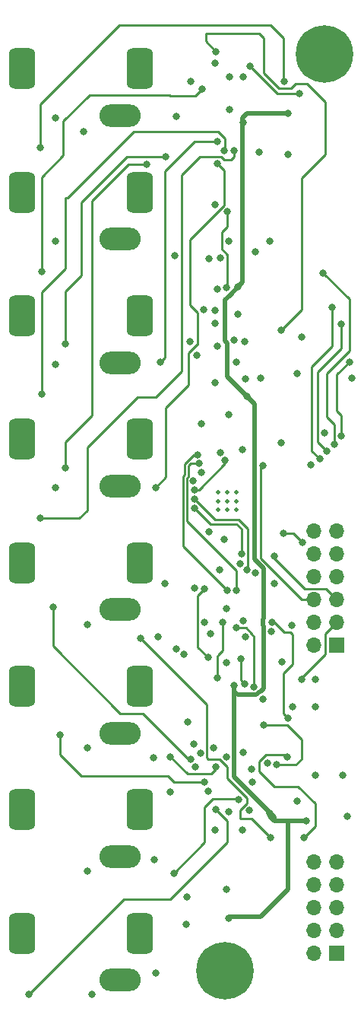
<source format=gbr>
%TF.GenerationSoftware,KiCad,Pcbnew,(6.0.6)*%
%TF.CreationDate,2022-08-14T16:56:23+02:00*%
%TF.ProjectId,eurorack-pmod-pcb,6575726f-7261-4636-9b2d-706d6f642d70,rev?*%
%TF.SameCoordinates,Original*%
%TF.FileFunction,Copper,L3,Inr*%
%TF.FilePolarity,Positive*%
%FSLAX46Y46*%
G04 Gerber Fmt 4.6, Leading zero omitted, Abs format (unit mm)*
G04 Created by KiCad (PCBNEW (6.0.6)) date 2022-08-14 16:56:23*
%MOMM*%
%LPD*%
G01*
G04 APERTURE LIST*
G04 Aperture macros list*
%AMRoundRect*
0 Rectangle with rounded corners*
0 $1 Rounding radius*
0 $2 $3 $4 $5 $6 $7 $8 $9 X,Y pos of 4 corners*
0 Add a 4 corners polygon primitive as box body*
4,1,4,$2,$3,$4,$5,$6,$7,$8,$9,$2,$3,0*
0 Add four circle primitives for the rounded corners*
1,1,$1+$1,$2,$3*
1,1,$1+$1,$4,$5*
1,1,$1+$1,$6,$7*
1,1,$1+$1,$8,$9*
0 Add four rect primitives between the rounded corners*
20,1,$1+$1,$2,$3,$4,$5,0*
20,1,$1+$1,$4,$5,$6,$7,0*
20,1,$1+$1,$6,$7,$8,$9,0*
20,1,$1+$1,$8,$9,$2,$3,0*%
G04 Aperture macros list end*
%TA.AperFunction,ComponentPad*%
%ADD10C,0.500000*%
%TD*%
%TA.AperFunction,ComponentPad*%
%ADD11RoundRect,0.725000X-0.725000X1.575000X-0.725000X-1.575000X0.725000X-1.575000X0.725000X1.575000X0*%
%TD*%
%TA.AperFunction,ComponentPad*%
%ADD12O,4.600000X2.500000*%
%TD*%
%TA.AperFunction,ComponentPad*%
%ADD13C,0.800000*%
%TD*%
%TA.AperFunction,ComponentPad*%
%ADD14C,6.400000*%
%TD*%
%TA.AperFunction,ComponentPad*%
%ADD15R,1.700000X1.700000*%
%TD*%
%TA.AperFunction,ComponentPad*%
%ADD16O,1.700000X1.700000*%
%TD*%
%TA.AperFunction,ViaPad*%
%ADD17C,0.800000*%
%TD*%
%TA.AperFunction,Conductor*%
%ADD18C,0.250000*%
%TD*%
%TA.AperFunction,Conductor*%
%ADD19C,0.508000*%
%TD*%
%TA.AperFunction,Conductor*%
%ADD20C,0.254000*%
%TD*%
G04 APERTURE END LIST*
D10*
%TO.N,GND*%
%TO.C,U3*%
X3925000Y-53840000D03*
X4925000Y-54840000D03*
X5925000Y-53840000D03*
X5925000Y-52840000D03*
X4925000Y-52840000D03*
X3925000Y-54840000D03*
X4925000Y-53840000D03*
X5925000Y-54840000D03*
X3925000Y-52840000D03*
%TD*%
D11*
%TO.N,GND*%
%TO.C,J6*%
X-17970000Y-46964776D03*
%TO.N,Net-(J6-PadT)*%
X-4770000Y-46964776D03*
D12*
%TO.N,GND*%
X-6970000Y-52164776D03*
%TD*%
D13*
%TO.N,N/C*%
%TO.C,REF\u002A\u002A*%
X17445056Y-5761056D03*
X14050944Y-5761056D03*
X18148000Y-4064000D03*
D14*
X15748000Y-4064000D03*
D13*
X17445056Y-2366944D03*
X13348000Y-4064000D03*
X14050944Y-2366944D03*
X15748000Y-1664000D03*
X15748000Y-6464000D03*
%TD*%
D15*
%TO.N,Net-(D2-Pad1)*%
%TO.C,J1*%
X17145000Y-104135000D03*
D16*
X14605000Y-104135000D03*
%TO.N,GND*%
X17145000Y-101595000D03*
X14605000Y-101595000D03*
X17145000Y-99055000D03*
X14605000Y-99055000D03*
X17145000Y-96515000D03*
X14605000Y-96515000D03*
%TO.N,Net-(D1-Pad2)*%
X17145000Y-93975000D03*
X14605000Y-93975000D03*
%TD*%
D11*
%TO.N,GND*%
%TO.C,J3*%
X-17970000Y-5735611D03*
%TO.N,Net-(J3-PadT)*%
X-4770000Y-5735611D03*
D12*
%TO.N,GND*%
X-6970000Y-10935611D03*
%TD*%
D11*
%TO.N,GND*%
%TO.C,J7*%
X-17970000Y-60707831D03*
%TO.N,Net-(J7-PadT)*%
X-4770000Y-60707831D03*
D12*
%TO.N,unconnected-(J7-PadTN)*%
X-6970000Y-65907831D03*
%TD*%
D11*
%TO.N,GND*%
%TO.C,J4*%
X-17970000Y-19478666D03*
%TO.N,Net-(J4-PadT)*%
X-4770000Y-19478666D03*
D12*
%TO.N,GND*%
X-6970000Y-24678666D03*
%TD*%
D11*
%TO.N,GND*%
%TO.C,J10*%
X-17970000Y-101937000D03*
%TO.N,Net-(J10-PadT)*%
X-4770000Y-101937000D03*
D12*
%TO.N,unconnected-(J10-PadTN)*%
X-6970000Y-107137000D03*
%TD*%
D11*
%TO.N,GND*%
%TO.C,J5*%
X-17970000Y-33221721D03*
%TO.N,Net-(J5-PadT)*%
X-4770000Y-33221721D03*
D12*
%TO.N,GND*%
X-6970000Y-38421721D03*
%TD*%
D13*
%TO.N,N/C*%
%TO.C,REF\u002A\u002A*%
X4673600Y-108521200D03*
X6370656Y-107818256D03*
X2976544Y-107818256D03*
D14*
X4673600Y-106121200D03*
D13*
X4673600Y-103721200D03*
X2273600Y-106121200D03*
X2976544Y-104424144D03*
X6370656Y-104424144D03*
X7073600Y-106121200D03*
%TD*%
D11*
%TO.N,GND*%
%TO.C,J9*%
X-17970000Y-88193941D03*
%TO.N,Net-(J9-PadT)*%
X-4770000Y-88193941D03*
D12*
%TO.N,unconnected-(J9-PadTN)*%
X-6970000Y-93393941D03*
%TD*%
D15*
%TO.N,/SDIN1*%
%TO.C,J2*%
X17145000Y-69850000D03*
D16*
%TO.N,/SCL*%
X14605000Y-69850000D03*
%TO.N,/SDOUT1*%
X17145000Y-67310000D03*
%TO.N,/SDA*%
X14605000Y-67310000D03*
%TO.N,/LRCK*%
X17145000Y-64770000D03*
%TO.N,/PDN*%
X14605000Y-64770000D03*
%TO.N,/BICK*%
X17145000Y-62230000D03*
%TO.N,/MCLK*%
X14605000Y-62230000D03*
%TO.N,GND*%
X17145000Y-59690000D03*
X14605000Y-59690000D03*
%TO.N,Net-(J2-Pad11)*%
X17145000Y-57150000D03*
X14605000Y-57150000D03*
%TD*%
D11*
%TO.N,GND*%
%TO.C,J8*%
X-17970000Y-74450886D03*
%TO.N,Net-(J8-PadT)*%
X-4770000Y-74450886D03*
D12*
%TO.N,unconnected-(J8-PadTN)*%
X-6970000Y-79650886D03*
%TD*%
D17*
%TO.N,GND*%
X-14224000Y-11176000D03*
X5080000Y-88392000D03*
X18288000Y-88900000D03*
X12192000Y-76708000D03*
X-14224000Y-52324000D03*
X18796000Y-40132000D03*
X12700000Y-39624000D03*
X330200Y-100914200D03*
X-10668000Y-67564000D03*
X9652000Y-24892000D03*
X6604000Y-90424000D03*
X-14224000Y-24892000D03*
X5080000Y-24892000D03*
X-14224000Y-38608000D03*
X-10668000Y-81280000D03*
X15748000Y-46228000D03*
X3556000Y-90424000D03*
X4064000Y-61468000D03*
X14732000Y-84328000D03*
X14224000Y-49784000D03*
X431800Y-97866200D03*
X-733318Y-70289739D03*
X9830704Y-68328994D03*
X17780000Y-84328000D03*
X-10668000Y-94996000D03*
X8035679Y-61794813D03*
X3556000Y-40640000D03*
X8636000Y-40132000D03*
X4139200Y-48416091D03*
X-10160000Y-108712000D03*
X11684000Y-15240000D03*
X6604000Y-48133000D03*
%TO.N,+3.3VA*%
X14732000Y-76708000D03*
X10922000Y-47371000D03*
%TO.N,VDD*%
X4572000Y-58128500D03*
X10160000Y-62992000D03*
X14732000Y-73660000D03*
%TO.N,Net-(C33-Pad1)*%
X-1016000Y-95250000D03*
X6241340Y-87021939D03*
%TO.N,+12V*%
X11044701Y-71759299D03*
X4879818Y-71785734D03*
X13208937Y-35561373D03*
X6678500Y-6604000D03*
X3048000Y-68580000D03*
X4863002Y-97014500D03*
X9431135Y-83003391D03*
X5080000Y-44196000D03*
X6096000Y-33020000D03*
%TO.N,-12V*%
X11684000Y-10668000D03*
X9652000Y-88554500D03*
X5733318Y-74324310D03*
X6096000Y-29972000D03*
X13716000Y-89408000D03*
X5080000Y-100276593D03*
X7112000Y-42164000D03*
X6678500Y-11684000D03*
%TO.N,Net-(C33-Pad2)*%
X-3175000Y-93726000D03*
X7370299Y-88269299D03*
%TO.N,Net-(D3-Pad1)*%
X-762000Y-11049000D03*
X-11049000Y-12700000D03*
%TO.N,Net-(D7-Pad2)*%
X889000Y-82550000D03*
X-14478000Y-65659000D03*
%TO.N,/SDIN1*%
X11176000Y-57404000D03*
X13335000Y-58420000D03*
X2921000Y-57277000D03*
%TO.N,/SCL*%
X1270000Y-53594000D03*
X7091117Y-61468000D03*
X12128500Y-67691000D03*
%TO.N,/SDOUT1*%
X13208000Y-73660000D03*
X6326572Y-60805765D03*
%TO.N,/SDA*%
X6514500Y-59713204D03*
X1265701Y-54614299D03*
%TO.N,/LRCK*%
X10155046Y-59927835D03*
%TO.N,/PDN*%
X4699000Y-49276000D03*
X8890000Y-49911000D03*
X1262712Y-52594524D03*
%TO.N,Net-(C34-Pad1)*%
X4826000Y-65786000D03*
X5916340Y-67956372D03*
X7859111Y-74526391D03*
%TO.N,Net-(D5-Pad1)*%
X-1905000Y-15494000D03*
X-13081000Y-36322000D03*
%TO.N,Net-(C34-Pad2)*%
X1392701Y-83443299D03*
X8927500Y-75872067D03*
X1288115Y-63559201D03*
%TO.N,Net-(D9-Pad2)*%
X-1397000Y-86233000D03*
X2794000Y-86106000D03*
%TO.N,/-VCOM*%
X3556000Y-5080000D03*
X3544858Y-20816544D03*
X-2032000Y-62992000D03*
X1524000Y-37592000D03*
X1218000Y-80854846D03*
X2032000Y-45212000D03*
%TO.N,/dual_mono_inputs1/IN1_3V*%
X15240000Y-49149000D03*
X16637000Y-32258000D03*
%TO.N,Net-(C35-Pad2)*%
X12700000Y-87249000D03*
X-2997200Y-106324400D03*
%TO.N,Net-(D6-Pad1)*%
X-4064000Y-16383000D03*
X-13081000Y-50165000D03*
%TO.N,/dual_mono_inputs1/IN2_3V*%
X17653000Y-34163000D03*
X16002000Y-48260000D03*
%TO.N,/dual_mono_inputs2/IN1_3V*%
X15621000Y-28448000D03*
X16891000Y-47498000D03*
%TO.N,Net-(RN3-Pad5)*%
X5715000Y-35941000D03*
X5961496Y-38347854D03*
%TO.N,/dual_mono_inputs2/IN2_3V*%
X17653000Y-46609000D03*
X18542000Y-38354000D03*
%TO.N,/dual_mono_outputs1/OUT1*%
X4903900Y-63754247D03*
X1616345Y-48670657D03*
%TO.N,Net-(C20-Pad1)*%
X889000Y-7112000D03*
X762000Y-36068000D03*
%TO.N,/dual_mono_outputs1/OUT2*%
X5969000Y-63754000D03*
X1778000Y-49657000D03*
%TO.N,Net-(C20-Pad2)*%
X12954000Y-8509000D03*
X7493000Y-5461000D03*
X3543000Y-34023000D03*
X3803200Y-36614250D03*
%TO.N,Net-(D10-Pad2)*%
X-17145000Y-108712000D03*
X3683000Y-88138000D03*
%TO.N,/dual_mono_outputs2/OUT1*%
X545500Y-78381715D03*
X2032000Y-50673000D03*
X3410712Y-81284200D03*
%TO.N,/dual_mono_outputs2/OUT2*%
X1152613Y-51601104D03*
X4876922Y-82338324D03*
X1942500Y-81915000D03*
%TO.N,Net-(C21-Pad2)*%
X11303000Y-7112000D03*
X-15875000Y-14478000D03*
%TO.N,Net-(C22-Pad1)*%
X3556000Y-32639000D03*
X6841503Y-36068000D03*
X6985000Y-40259000D03*
%TO.N,Net-(C22-Pad2)*%
X10922000Y-34798000D03*
X3683000Y-3810000D03*
%TO.N,Net-(C23-Pad1)*%
X5207000Y-10287000D03*
X5207000Y-6604000D03*
%TO.N,Net-(C23-Pad2)*%
X-15748000Y-28321000D03*
X2159000Y-8001000D03*
%TO.N,Net-(C24-Pad1)*%
X-889000Y-26543000D03*
X8052000Y-26086000D03*
%TO.N,Net-(C25-Pad1)*%
X-2540000Y-38354000D03*
X3810000Y-13843000D03*
%TO.N,Net-(C25-Pad2)*%
X-15748000Y-41910000D03*
X4572000Y-14807000D03*
%TO.N,Net-(D8-Pad2)*%
X2413000Y-85090000D03*
X-13716000Y-79883000D03*
%TO.N,Net-(C26-Pad1)*%
X2864000Y-26867000D03*
X2286000Y-32512000D03*
%TO.N,Net-(C26-Pad2)*%
X4191000Y-26797000D03*
X3836543Y-30240351D03*
%TO.N,Net-(C27-Pad1)*%
X3810000Y-16256000D03*
X-3048000Y-52324000D03*
%TO.N,Net-(C27-Pad2)*%
X5686614Y-14847178D03*
X8509000Y-14986000D03*
X-15875000Y-55753000D03*
%TO.N,Net-(C28-Pad1)*%
X2413000Y-67305500D03*
X6940938Y-68980970D03*
%TO.N,Net-(C29-Pad1)*%
X7747000Y-85090000D03*
X-2794000Y-68961000D03*
%TO.N,Net-(C29-Pad2)*%
X11620718Y-82302654D03*
X13462000Y-91313000D03*
X-4699000Y-69088000D03*
X9779000Y-91313000D03*
%TO.N,Net-(C30-Pad2)*%
X2413000Y-63627000D03*
X95999Y-70867094D03*
X2794000Y-71247000D03*
%TO.N,Net-(RN9-Pad5)*%
X4826000Y-30099000D03*
X4910676Y-21640922D03*
%TO.N,Net-(C31-Pad1)*%
X3688988Y-83417508D03*
X-1397000Y-82296000D03*
%TO.N,Net-(C31-Pad2)*%
X-3302000Y-82423000D03*
X6731000Y-81788000D03*
%TO.N,Net-(C32-Pad1)*%
X3810000Y-73533000D03*
X4445000Y-67310000D03*
%TO.N,Net-(RN10-Pad7)*%
X10414000Y-83185000D03*
X6477000Y-71374000D03*
X9017000Y-78798500D03*
X6858000Y-74168000D03*
%TO.N,Net-(RN10-Pad5)*%
X11684000Y-77978000D03*
X7620000Y-83693000D03*
X9906000Y-67310000D03*
X6731000Y-67183000D03*
%TD*%
D18*
%TO.N,Net-(C33-Pad1)*%
X2413000Y-91821000D02*
X2413000Y-87884000D01*
X3302000Y-86995000D02*
X6214401Y-86995000D01*
X-1016000Y-95250000D02*
X2413000Y-91821000D01*
X2413000Y-87884000D02*
X3302000Y-86995000D01*
X6214401Y-86995000D02*
X6241340Y-87021939D01*
D19*
%TO.N,-12V*%
X8925500Y-66956468D02*
X8977204Y-66904764D01*
X5733318Y-84544194D02*
X5733318Y-75038682D01*
X4917500Y-36245469D02*
X4656700Y-35984669D01*
X8977204Y-61360156D02*
X7944501Y-60327453D01*
X8596318Y-75017068D02*
X8626549Y-75017068D01*
X8925500Y-67663532D02*
X8925500Y-66956468D01*
X7944501Y-42996501D02*
X7620000Y-42672000D01*
X8594819Y-75018567D02*
X8596318Y-75017068D01*
X11684000Y-97028000D02*
X8636000Y-100076000D01*
X8659262Y-75006757D02*
X8977204Y-74688815D01*
X11684000Y-89408000D02*
X13716000Y-89408000D01*
X8977204Y-66904764D02*
X8977204Y-61360156D01*
X6604000Y-12192000D02*
X6604000Y-11758500D01*
X6604000Y-12192000D02*
X6604000Y-11176000D01*
X10160000Y-89408000D02*
X10160000Y-88970876D01*
X8636860Y-75006757D02*
X8659262Y-75006757D01*
X11684000Y-89408000D02*
X11684000Y-97028000D01*
X5144032Y-30988000D02*
X6096000Y-30036032D01*
X8175755Y-75416780D02*
X8573968Y-75018567D01*
X5733318Y-75038682D02*
X6111416Y-75416780D01*
X8977204Y-74688815D02*
X8977204Y-67715236D01*
X4656700Y-31475332D02*
X5144032Y-30988000D01*
X10160000Y-88970876D02*
X5733318Y-84544194D01*
X9652000Y-88900000D02*
X9652000Y-88554500D01*
X5280593Y-100076000D02*
X5080000Y-100276593D01*
X5144032Y-30988000D02*
X6604000Y-29528032D01*
X5733318Y-75038682D02*
X5733318Y-74324310D01*
X8636000Y-100076000D02*
X5280593Y-100076000D01*
X6604000Y-11758500D02*
X6678500Y-11684000D01*
X8573968Y-75018567D02*
X8594819Y-75018567D01*
X6096000Y-30036032D02*
X6096000Y-29972000D01*
X11684000Y-89408000D02*
X10160000Y-89408000D01*
X8977204Y-67715236D02*
X8925500Y-67663532D01*
X8626549Y-75017068D02*
X8636860Y-75006757D01*
X7620000Y-42672000D02*
X7112000Y-42164000D01*
X6604000Y-11176000D02*
X7112000Y-10668000D01*
X4917500Y-39969500D02*
X4917500Y-36245469D01*
X6604000Y-29528032D02*
X6604000Y-12192000D01*
X7620000Y-42672000D02*
X4917500Y-39969500D01*
X10160000Y-89408000D02*
X9652000Y-88900000D01*
X7944501Y-60327453D02*
X7944501Y-42996501D01*
X6111416Y-75416780D02*
X8175755Y-75416780D01*
X7112000Y-10668000D02*
X11684000Y-10668000D01*
X4656700Y-35984669D02*
X4656700Y-31475332D01*
D18*
%TO.N,Net-(D7-Pad2)*%
X-6985000Y-77470000D02*
X-14478000Y-69977000D01*
X-14478000Y-69977000D02*
X-14478000Y-69596000D01*
X-4445000Y-77470000D02*
X-6985000Y-77470000D01*
X-14478000Y-69596000D02*
X-14478000Y-65659000D01*
X-3683000Y-78232000D02*
X-4445000Y-77470000D01*
X635000Y-82550000D02*
X-3683000Y-78232000D01*
X889000Y-82550000D02*
X635000Y-82550000D01*
%TO.N,/SDIN1*%
X12319000Y-57404000D02*
X11176000Y-57404000D01*
X13335000Y-58420000D02*
X12319000Y-57404000D01*
%TO.N,/SCL*%
X1270000Y-53594000D02*
X3556000Y-55880000D01*
X7239000Y-56896000D02*
X7239000Y-61341000D01*
X6223000Y-55880000D02*
X7239000Y-56896000D01*
X7218117Y-61341000D02*
X7091117Y-61468000D01*
X3556000Y-55880000D02*
X6223000Y-55880000D01*
X7239000Y-61341000D02*
X7218117Y-61341000D01*
%TO.N,/SDOUT1*%
X13208000Y-73660000D02*
X13208000Y-73533000D01*
X15875000Y-68580000D02*
X17145000Y-67310000D01*
X13208000Y-73533000D02*
X15875000Y-70866000D01*
X15875000Y-70866000D02*
X15875000Y-68580000D01*
%TO.N,/SDA*%
X3039402Y-56388000D02*
X5968310Y-56388000D01*
X5968310Y-56388000D02*
X6514500Y-56934190D01*
X1265701Y-54614299D02*
X3039402Y-56388000D01*
X6514500Y-56934190D02*
X6514500Y-59713204D01*
%TO.N,/LRCK*%
X17145000Y-64770000D02*
X15970000Y-63595000D01*
X10155046Y-60193046D02*
X10155046Y-59927835D01*
X13557000Y-63595000D02*
X10155046Y-60193046D01*
X15970000Y-63595000D02*
X13557000Y-63595000D01*
D20*
%TO.N,/PDN*%
X8636000Y-50038000D02*
X8763000Y-49911000D01*
X4699000Y-49276000D02*
X4699000Y-49657000D01*
X14605000Y-64770000D02*
X13208000Y-64770000D01*
X8636000Y-60198000D02*
X8636000Y-50038000D01*
X13208000Y-64770000D02*
X12446000Y-64008000D01*
X4699000Y-49657000D02*
X1761476Y-52594524D01*
X1761476Y-52594524D02*
X1262712Y-52594524D01*
X8763000Y-49911000D02*
X8890000Y-49911000D01*
X12446000Y-64008000D02*
X8636000Y-60198000D01*
D18*
%TO.N,Net-(C34-Pad1)*%
X7629093Y-68653125D02*
X7874000Y-68898032D01*
X7010947Y-67956372D02*
X7629093Y-68574518D01*
X7874000Y-74511502D02*
X7859111Y-74526391D01*
X7629093Y-68574518D02*
X7629093Y-68653125D01*
X5916340Y-67956372D02*
X7010947Y-67956372D01*
X7874000Y-68898032D02*
X7874000Y-74511502D01*
%TO.N,Net-(D5-Pad1)*%
X-11303000Y-20574000D02*
X-7874000Y-17145000D01*
X-13081000Y-30480000D02*
X-11303000Y-28702000D01*
X-6223000Y-15494000D02*
X-1905000Y-15494000D01*
X-7874000Y-17145000D02*
X-6223000Y-15494000D01*
X-11303000Y-28702000D02*
X-11303000Y-20574000D01*
X-13081000Y-36322000D02*
X-13081000Y-30480000D01*
%TO.N,/dual_mono_inputs1/IN1_3V*%
X14351000Y-38862000D02*
X16637000Y-36576000D01*
X15240000Y-49149000D02*
X14351000Y-48260000D01*
X14351000Y-48260000D02*
X14351000Y-38862000D01*
X16637000Y-36576000D02*
X16637000Y-32258000D01*
%TO.N,Net-(D6-Pad1)*%
X-10795000Y-44958000D02*
X-10160000Y-44323000D01*
X-13081000Y-47244000D02*
X-10795000Y-44958000D01*
X-13081000Y-50165000D02*
X-13081000Y-47244000D01*
X-6096000Y-16383000D02*
X-4064000Y-16383000D01*
X-10160000Y-23495000D02*
X-10160000Y-20447000D01*
X-10160000Y-44323000D02*
X-10160000Y-23495000D01*
X-10160000Y-20447000D02*
X-6096000Y-16383000D01*
%TO.N,/dual_mono_inputs1/IN2_3V*%
X16002000Y-48260000D02*
X14986000Y-47244000D01*
X14986000Y-47244000D02*
X14986000Y-42164000D01*
X14986000Y-39497000D02*
X17653000Y-36830000D01*
X14986000Y-42164000D02*
X14986000Y-39497000D01*
X17653000Y-36830000D02*
X17653000Y-34163000D01*
%TO.N,/dual_mono_inputs2/IN1_3V*%
X18542000Y-37084000D02*
X18542000Y-31369000D01*
X18542000Y-31369000D02*
X15621000Y-28448000D01*
X16891000Y-47498000D02*
X16891000Y-45339000D01*
X16002000Y-44450000D02*
X16002000Y-39624000D01*
X16002000Y-39624000D02*
X18542000Y-37084000D01*
X16891000Y-45339000D02*
X16002000Y-44450000D01*
%TO.N,/dual_mono_inputs2/IN2_3V*%
X17653000Y-46609000D02*
X17653000Y-44323000D01*
X17145000Y-43815000D02*
X17145000Y-39751000D01*
X17145000Y-39751000D02*
X18542000Y-38354000D01*
X17653000Y-44323000D02*
X17145000Y-43815000D01*
%TO.N,/dual_mono_outputs1/OUT1*%
X-21388Y-58828959D02*
X-21388Y-51114817D01*
X-21388Y-51114817D02*
X185499Y-50907930D01*
X185499Y-50907930D02*
X185499Y-49724811D01*
X185499Y-49724811D02*
X1239653Y-48670657D01*
X4903900Y-63754247D02*
X-21388Y-58828959D01*
X1239653Y-48670657D02*
X1616345Y-48670657D01*
%TO.N,/dual_mono_outputs1/OUT2*%
X889000Y-49657000D02*
X1778000Y-49657000D01*
X5969000Y-61595000D02*
X428113Y-56054113D01*
X635000Y-51094119D02*
X635000Y-49911000D01*
X635000Y-49911000D02*
X889000Y-49657000D01*
X5969000Y-63754000D02*
X5969000Y-61595000D01*
X428113Y-56054113D02*
X428113Y-51301006D01*
X428113Y-51301006D02*
X635000Y-51094119D01*
%TO.N,Net-(C20-Pad2)*%
X12954000Y-8509000D02*
X10541000Y-8509000D01*
X10541000Y-8509000D02*
X7493000Y-5461000D01*
%TO.N,Net-(D10-Pad2)*%
X4953000Y-89916000D02*
X4953000Y-89408000D01*
X-6604000Y-98171000D02*
X-2286000Y-98171000D01*
X-2286000Y-98171000D02*
X-1397000Y-98171000D01*
X4953000Y-91821000D02*
X4953000Y-89916000D01*
X-1397000Y-98171000D02*
X4445000Y-92329000D01*
X-17145000Y-108712000D02*
X-6604000Y-98171000D01*
X4953000Y-89408000D02*
X3683000Y-88138000D01*
X4445000Y-92329000D02*
X4953000Y-91821000D01*
%TO.N,Net-(C21-Pad2)*%
X-8382000Y-2159000D02*
X-7112000Y-889000D01*
X-7112000Y-889000D02*
X9779000Y-889000D01*
X-15875000Y-9652000D02*
X-8382000Y-2159000D01*
X11176000Y-6985000D02*
X11303000Y-7112000D01*
X11176000Y-2286000D02*
X11176000Y-4318000D01*
X11176000Y-4318000D02*
X11176000Y-6985000D01*
X-15875000Y-14478000D02*
X-15875000Y-9652000D01*
X9779000Y-889000D02*
X11176000Y-2286000D01*
%TO.N,Net-(C22-Pad2)*%
X2540000Y-1778000D02*
X2540000Y-2667000D01*
X10922000Y-34798000D02*
X13208000Y-32512000D01*
X2540000Y-2667000D02*
X3683000Y-3810000D01*
X13208000Y-18161000D02*
X13208000Y-17907000D01*
X13843000Y-7366000D02*
X12573000Y-7366000D01*
X15875000Y-9398000D02*
X15367000Y-8890000D01*
X9017000Y-2286000D02*
X8509000Y-1778000D01*
X15875000Y-15240000D02*
X15875000Y-9398000D01*
X12573000Y-7366000D02*
X12065000Y-7874000D01*
X9017000Y-5334000D02*
X9017000Y-2286000D01*
X13208000Y-17907000D02*
X15875000Y-15240000D01*
X15367000Y-8890000D02*
X13843000Y-7366000D01*
X9017000Y-6223000D02*
X9017000Y-5334000D01*
X10668000Y-7874000D02*
X9017000Y-6223000D01*
X8509000Y-1778000D02*
X2540000Y-1778000D01*
X12065000Y-7874000D02*
X10668000Y-7874000D01*
X13208000Y-32512000D02*
X13208000Y-18161000D01*
%TO.N,Net-(C23-Pad2)*%
X-10414000Y-8636000D02*
X-1524000Y-8636000D01*
X1397000Y-8763000D02*
X2159000Y-8001000D01*
X-15748000Y-17780000D02*
X-13335000Y-15367000D01*
X-1524000Y-8636000D02*
X-1397000Y-8763000D01*
X-13335000Y-15367000D02*
X-13335000Y-14224000D01*
X-15748000Y-28321000D02*
X-15748000Y-17780000D01*
X-1397000Y-8763000D02*
X1397000Y-8763000D01*
X-13335000Y-11557000D02*
X-10414000Y-8636000D01*
X-13335000Y-14224000D02*
X-13335000Y-11557000D01*
%TO.N,Net-(C25-Pad1)*%
X-2032000Y-37846000D02*
X-2032000Y-35687000D01*
X-635000Y-15748000D02*
X1270000Y-13843000D01*
X-2540000Y-38354000D02*
X-2032000Y-37846000D01*
X-2032000Y-35687000D02*
X-2032000Y-17145000D01*
X-2032000Y-17145000D02*
X-635000Y-15748000D01*
X1270000Y-13843000D02*
X3810000Y-13843000D01*
%TO.N,Net-(C25-Pad2)*%
X4699000Y-13462000D02*
X4699000Y-14680000D01*
X-15748000Y-30607000D02*
X-13081000Y-27940000D01*
X3937000Y-12700000D02*
X4699000Y-13462000D01*
X-13081000Y-27940000D02*
X-13081000Y-20066000D01*
X-12823003Y-20066000D02*
X-5457003Y-12700000D01*
X-5457003Y-12700000D02*
X3937000Y-12700000D01*
X4699000Y-14680000D02*
X4572000Y-14807000D01*
X-13081000Y-20066000D02*
X-12823003Y-20066000D01*
X-15748000Y-41910000D02*
X-15748000Y-30607000D01*
%TO.N,Net-(D8-Pad2)*%
X-1651000Y-84455000D02*
X-1143000Y-84963000D01*
X-1016000Y-85090000D02*
X2413000Y-85090000D01*
X-13716000Y-82042000D02*
X-12319000Y-83439000D01*
X-1143000Y-84963000D02*
X-1016000Y-85090000D01*
X-12319000Y-83439000D02*
X-11303000Y-84455000D01*
X-13716000Y-79883000D02*
X-13716000Y-82042000D01*
X-11303000Y-84455000D02*
X-2667000Y-84455000D01*
X-2667000Y-84455000D02*
X-1651000Y-84455000D01*
%TO.N,Net-(C27-Pad1)*%
X-1905000Y-43434000D02*
X381000Y-41148000D01*
X-3048000Y-52324000D02*
X-1905000Y-51181000D01*
X1651000Y-32893000D02*
X762000Y-32004000D01*
X1651000Y-33782000D02*
X1651000Y-32893000D01*
X762000Y-32004000D02*
X762000Y-24765000D01*
X3683000Y-21844000D02*
X4572000Y-20955000D01*
X4572000Y-20955000D02*
X4572000Y-19812000D01*
X1651000Y-36449000D02*
X1651000Y-33782000D01*
X4572000Y-19812000D02*
X4572000Y-17018000D01*
X-1905000Y-43688000D02*
X-1905000Y-43434000D01*
X1524000Y-36449000D02*
X1651000Y-36449000D01*
X-1905000Y-51181000D02*
X-1905000Y-43688000D01*
X381000Y-41148000D02*
X635000Y-40894000D01*
X4572000Y-17018000D02*
X3810000Y-16256000D01*
X635000Y-40894000D02*
X635000Y-37338000D01*
X762000Y-24765000D02*
X3683000Y-21844000D01*
X635000Y-37338000D02*
X1524000Y-36449000D01*
%TO.N,Net-(C27-Pad2)*%
X-127000Y-17526000D02*
X1867500Y-15531500D01*
X1867500Y-15531500D02*
X4237098Y-15531500D01*
X-11557000Y-55753000D02*
X-10668000Y-54864000D01*
X-127000Y-39370000D02*
X-127000Y-17526000D01*
X-3048000Y-42291000D02*
X-127000Y-39370000D01*
X-10668000Y-47879000D02*
X-5080000Y-42291000D01*
X5334000Y-15875000D02*
X5686614Y-15522386D01*
X4237098Y-15531500D02*
X4580598Y-15875000D01*
X-10668000Y-54864000D02*
X-10668000Y-47879000D01*
X4580598Y-15875000D02*
X5334000Y-15875000D01*
X-15875000Y-55753000D02*
X-11557000Y-55753000D01*
X5686614Y-15522386D02*
X5686614Y-14847178D01*
X-5080000Y-42291000D02*
X-3048000Y-42291000D01*
%TO.N,Net-(C29-Pad2)*%
X9525000Y-82042000D02*
X9271000Y-82042000D01*
X2667000Y-76454000D02*
X-4699000Y-69088000D01*
X11360064Y-82042000D02*
X9525000Y-82042000D01*
X7112000Y-87503000D02*
X7112000Y-86868000D01*
X9779000Y-91313000D02*
X7620000Y-89154000D01*
X4953000Y-84709000D02*
X4953000Y-83439000D01*
X4953000Y-83439000D02*
X4064000Y-82550000D01*
X7620000Y-89154000D02*
X6350000Y-89154000D01*
X14732000Y-90043000D02*
X13462000Y-91313000D01*
X8509000Y-82804000D02*
X8509000Y-83947000D01*
X6350000Y-88265000D02*
X7112000Y-87503000D01*
X12827000Y-85598000D02*
X14732000Y-87503000D01*
X8509000Y-83947000D02*
X9144000Y-84582000D01*
X2667000Y-81407000D02*
X2667000Y-76454000D01*
X2794000Y-82550000D02*
X2667000Y-82423000D01*
X4064000Y-82550000D02*
X2794000Y-82550000D01*
X5334000Y-85090000D02*
X4953000Y-84709000D01*
X9271000Y-82042000D02*
X8509000Y-82804000D01*
X9144000Y-84582000D02*
X10160000Y-85598000D01*
X2667000Y-82423000D02*
X2667000Y-81407000D01*
X14732000Y-87503000D02*
X14732000Y-90043000D01*
X6350000Y-89154000D02*
X6350000Y-88265000D01*
X11620718Y-82302654D02*
X11360064Y-82042000D01*
X10160000Y-85598000D02*
X12827000Y-85598000D01*
X7112000Y-86868000D02*
X5334000Y-85090000D01*
%TO.N,Net-(C30-Pad2)*%
X1651000Y-65913000D02*
X1651000Y-64389000D01*
X2794000Y-71247000D02*
X1651000Y-70104000D01*
X1651000Y-64389000D02*
X2413000Y-63627000D01*
X1651000Y-70104000D02*
X1651000Y-65913000D01*
%TO.N,Net-(RN9-Pad5)*%
X4318000Y-25781000D02*
X4318000Y-23876000D01*
X4953000Y-26416000D02*
X4318000Y-25781000D01*
X4826000Y-30099000D02*
X4953000Y-29972000D01*
X4318000Y-23876000D02*
X4910676Y-23283324D01*
X4953000Y-29972000D02*
X4953000Y-26416000D01*
X4910676Y-23283324D02*
X4910676Y-21640922D01*
%TO.N,Net-(C31-Pad1)*%
X3688988Y-83687012D02*
X3688988Y-83417508D01*
X508000Y-84201000D02*
X3175000Y-84201000D01*
X3175000Y-84201000D02*
X3688988Y-83687012D01*
X-1397000Y-82296000D02*
X508000Y-84201000D01*
%TO.N,Net-(C32-Pad1)*%
X4445000Y-67310000D02*
X4445000Y-70485000D01*
X3810000Y-71120000D02*
X3810000Y-73533000D01*
X3937000Y-70993000D02*
X3810000Y-71120000D01*
X4445000Y-70485000D02*
X3937000Y-70993000D01*
%TO.N,Net-(RN10-Pad7)*%
X12954000Y-80137000D02*
X13208000Y-80391000D01*
X11615500Y-78798500D02*
X12954000Y-80137000D01*
X6477000Y-71374000D02*
X6477000Y-73787000D01*
X13208000Y-82550000D02*
X12573000Y-83185000D01*
X12573000Y-83185000D02*
X10414000Y-83185000D01*
X13208000Y-80391000D02*
X13208000Y-82550000D01*
X6477000Y-73787000D02*
X6858000Y-74168000D01*
X9017000Y-78798500D02*
X11615500Y-78798500D01*
%TO.N,Net-(RN10-Pad5)*%
X11684000Y-77978000D02*
X11176000Y-77470000D01*
X11176000Y-73025000D02*
X11811000Y-72390000D01*
X10033000Y-67183000D02*
X9906000Y-67310000D01*
X12192000Y-68707000D02*
X11938000Y-68453000D01*
X11176000Y-77470000D02*
X11176000Y-76581000D01*
X11176000Y-76581000D02*
X11176000Y-73025000D01*
X11303000Y-68453000D02*
X10033000Y-67183000D01*
X11938000Y-68453000D02*
X11303000Y-68453000D01*
X11811000Y-72390000D02*
X12192000Y-72009000D01*
X12192000Y-72009000D02*
X12192000Y-68707000D01*
%TD*%
M02*

</source>
